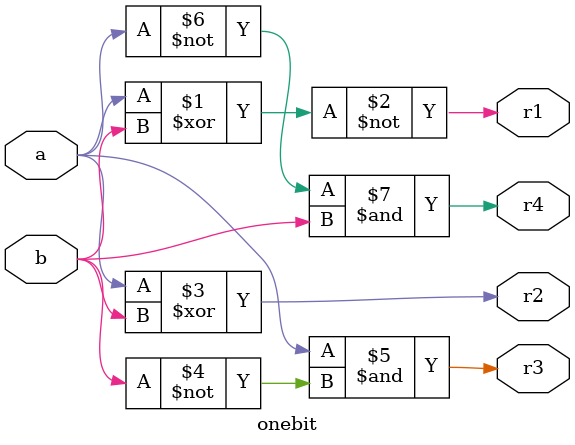
<source format=v>
`timescale 1ns / 1ps


module onebit(
    input a,b,
    output r1,r2,r3,r4
    );
    assign r1=~(a^b);
    assign r2=(a^b);
    assign r3=a&~b;
    assign r4=~a&b;
endmodule

</source>
